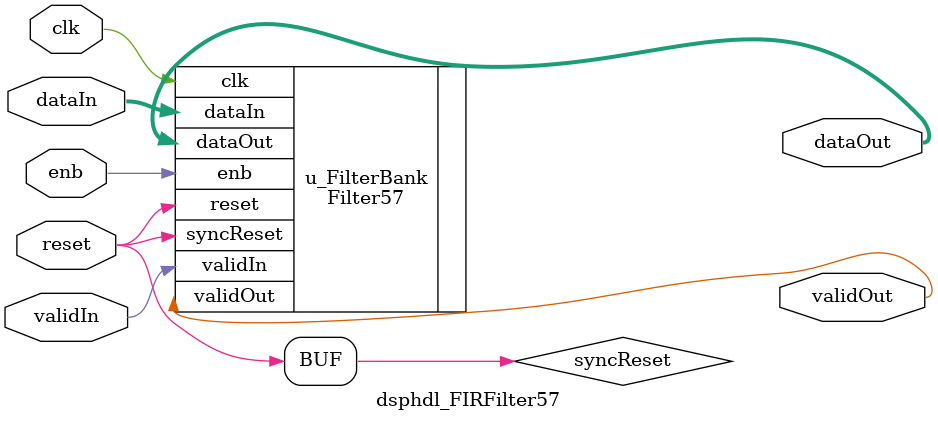
<source format=v>



`timescale 1 ns / 1 ns

module dsphdl_FIRFilter57
          (clk,
           reset,
           enb,
           dataIn,
           validIn,
           dataOut,
           validOut);


  input   clk;
  input   reset;
  input   enb;
  input   signed [31:0] dataIn;  // sfix32_En30
  input   validIn;
  output  signed [67:0] dataOut;  // sfix68_En65
  output  validOut;


  wire syncReset;


  assign syncReset = reset;

  Filter57 u_FilterBank (.clk(clk),
                       .reset(reset),
                       .enb(enb),
                       .dataIn(dataIn),  // sfix32_En30
                       .validIn(validIn),
                       .syncReset(syncReset),
                       .dataOut(dataOut),  // sfix68_En65
                       .validOut(validOut)
                       );

endmodule  // dsphdl_FIRFilter


</source>
